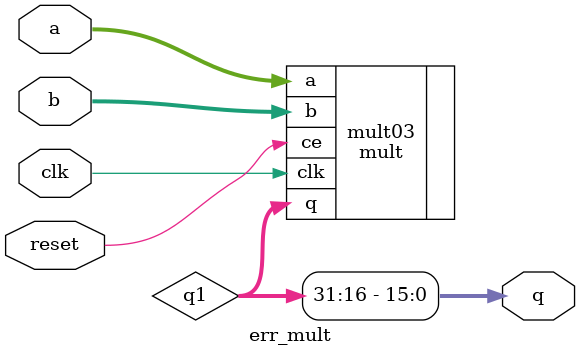
<source format=v>
`timescale 1ns / 1ps
module err_mult(clk, reset, a, b, q);
input clk;
input reset;
input [15:0] a;
input [15:0] b;
output [15:0] q;

wire [31:0] q1; 
mult mult03(  
  .ce(reset),   //Ê±ÖÓÐÅºÅ
  .clk(clk),  //³Ë·¨Æ÷¹¤×÷Ê±ÖÓ
  .a(a),        //Á½¸öÊä
  .b(b), 
  .q(q1)         //Êä³öÐÅºÅ
);

assign q = q1[31:16];

endmodule

</source>
